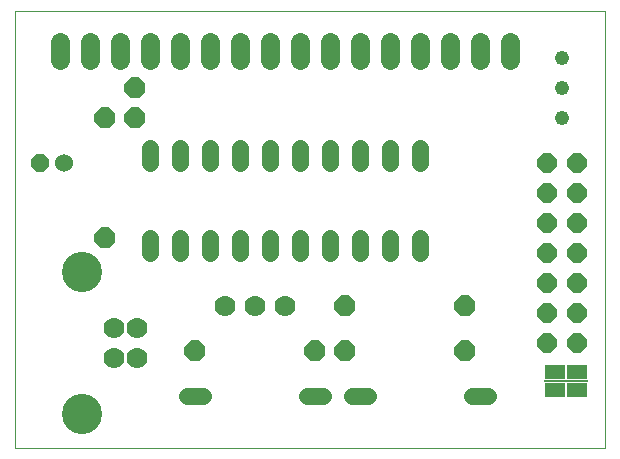
<source format=gbs>
G75*
G70*
%OFA0B0*%
%FSLAX24Y24*%
%IPPOS*%
%LPD*%
%AMOC8*
5,1,8,0,0,1.08239X$1,22.5*
%
%ADD10C,0.0000*%
%ADD11OC8,0.0700*%
%ADD12C,0.0700*%
%ADD13C,0.0560*%
%ADD14OC8,0.0600*%
%ADD15C,0.0600*%
%ADD16C,0.0480*%
%ADD17C,0.1340*%
%ADD18OC8,0.0640*%
%ADD19C,0.0640*%
%ADD20R,0.0670X0.0500*%
%ADD21R,0.0720X0.0060*%
D10*
X001774Y000181D02*
X001774Y014748D01*
X021459Y014748D01*
X021459Y000181D01*
X001774Y000181D01*
D11*
X007774Y003431D03*
X011774Y003431D03*
X012774Y003431D03*
X012774Y004931D03*
X016774Y004931D03*
X016774Y003431D03*
X005774Y011181D03*
X004774Y011181D03*
X005774Y012181D03*
X004774Y007181D03*
D12*
X008774Y004931D03*
X009774Y004931D03*
X010774Y004931D03*
X005854Y004174D03*
X005074Y004174D03*
X005074Y003189D03*
X005854Y003189D03*
D13*
X007514Y001931D02*
X008034Y001931D01*
X011514Y001931D02*
X012034Y001931D01*
X013014Y001931D02*
X013534Y001931D01*
X017014Y001931D02*
X017534Y001931D01*
X015274Y006671D02*
X015274Y007191D01*
X014274Y007191D02*
X014274Y006671D01*
X013274Y006671D02*
X013274Y007191D01*
X012274Y007191D02*
X012274Y006671D01*
X011274Y006671D02*
X011274Y007191D01*
X010274Y007191D02*
X010274Y006671D01*
X009274Y006671D02*
X009274Y007191D01*
X008274Y007191D02*
X008274Y006671D01*
X007274Y006671D02*
X007274Y007191D01*
X006274Y007191D02*
X006274Y006671D01*
X006274Y009671D02*
X006274Y010191D01*
X007274Y010191D02*
X007274Y009671D01*
X008274Y009671D02*
X008274Y010191D01*
X009274Y010191D02*
X009274Y009671D01*
X010274Y009671D02*
X010274Y010191D01*
X011274Y010191D02*
X011274Y009671D01*
X012274Y009671D02*
X012274Y010191D01*
X013274Y010191D02*
X013274Y009671D01*
X014274Y009671D02*
X014274Y010191D01*
X015274Y010191D02*
X015274Y009671D01*
D14*
X002624Y009681D03*
D15*
X003424Y009681D03*
D16*
X020024Y011181D03*
X020024Y012181D03*
X020024Y013181D03*
D17*
X004004Y006051D03*
X004004Y001311D03*
D18*
X019524Y003681D03*
X020524Y003681D03*
X020524Y004681D03*
X019524Y004681D03*
X019524Y005681D03*
X020524Y005681D03*
X020524Y006681D03*
X019524Y006681D03*
X019524Y007681D03*
X020524Y007681D03*
X020524Y008681D03*
X019524Y008681D03*
X019524Y009681D03*
X020524Y009681D03*
D19*
X018274Y013131D02*
X018274Y013731D01*
X017274Y013731D02*
X017274Y013131D01*
X016274Y013131D02*
X016274Y013731D01*
X015274Y013731D02*
X015274Y013131D01*
X014274Y013131D02*
X014274Y013731D01*
X013274Y013731D02*
X013274Y013131D01*
X012274Y013131D02*
X012274Y013731D01*
X011274Y013731D02*
X011274Y013131D01*
X010274Y013131D02*
X010274Y013731D01*
X009274Y013731D02*
X009274Y013131D01*
X008274Y013131D02*
X008274Y013731D01*
X007274Y013731D02*
X007274Y013131D01*
X006274Y013131D02*
X006274Y013731D01*
X005274Y013731D02*
X005274Y013131D01*
X004274Y013131D02*
X004274Y013731D01*
X003274Y013731D02*
X003274Y013131D01*
D20*
X019774Y002731D03*
X020524Y002731D03*
X020524Y002131D03*
X019774Y002131D03*
D21*
X019774Y002431D03*
X020524Y002431D03*
M02*

</source>
